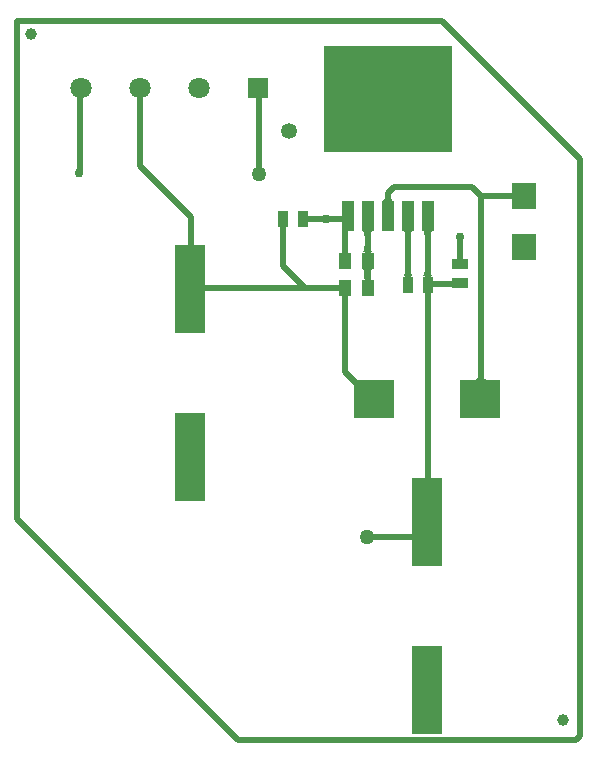
<source format=gbr>
%TF.GenerationSoftware,Altium Limited,Altium Designer,21.1.1 (26)*%
G04 Layer_Physical_Order=1*
G04 Layer_Color=255*
%FSLAX42Y42*%
%MOMM*%
%TF.SameCoordinates,4B38A6DA-841C-4E6F-8FC0-14FCB5F023F9*%
%TF.FilePolarity,Positive*%
%TF.FileFunction,Copper,L1,Top,Signal*%
%TF.Part,Single*%
G01*
G75*
%TA.AperFunction,FiducialPad,Global*%
%ADD10C,1.00*%
%TA.AperFunction,SMDPad,CuDef*%
%ADD11R,2.50X7.50*%
%ADD12R,1.47X0.97*%
%ADD13R,3.50X3.20*%
%ADD14R,1.00X1.40*%
%ADD15R,10.90X9.10*%
%ADD16R,1.05X2.50*%
%ADD17R,2.05X2.25*%
%ADD18R,0.97X1.47*%
%TA.AperFunction,Conductor*%
%ADD19C,0.51*%
%TA.AperFunction,NonConductor*%
%ADD20C,0.51*%
%TA.AperFunction,Conductor*%
%ADD21C,0.25*%
%TA.AperFunction,ComponentPad*%
%ADD22C,1.80*%
%ADD23R,1.80X1.80*%
%ADD24C,1.35*%
%TA.AperFunction,ViaPad*%
%ADD25C,1.27*%
%ADD26C,0.76*%
G36*
X9513Y9404D02*
X9509Y9402D01*
X9505Y9400D01*
X9502Y9396D01*
X9499Y9392D01*
X9497Y9386D01*
X9495Y9380D01*
X9494Y9372D01*
X9493Y9363D01*
X9493Y9360D01*
X9493Y9356D01*
X9494Y9348D01*
X9495Y9340D01*
X9497Y9334D01*
X9499Y9328D01*
X9502Y9323D01*
X9505Y9320D01*
X9509Y9317D01*
X9513Y9316D01*
X9517Y9315D01*
X9418D01*
X9423Y9316D01*
X9427Y9317D01*
X9430Y9320D01*
X9433Y9323D01*
X9436Y9328D01*
X9438Y9334D01*
X9440Y9340D01*
X9441Y9348D01*
X9442Y9356D01*
X9442Y9360D01*
X9442Y9363D01*
X9441Y9372D01*
X9440Y9380D01*
X9438Y9386D01*
X9436Y9392D01*
X9433Y9396D01*
X9430Y9400D01*
X9427Y9402D01*
X9423Y9404D01*
X9418Y9405D01*
X9517D01*
X9513Y9404D01*
D02*
G37*
G36*
X10452Y8516D02*
X10452Y8507D01*
X10453Y8498D01*
X10454Y8490D01*
X10456Y8484D01*
X10458Y8478D01*
X10461Y8474D01*
X10465Y8470D01*
X10468Y8468D01*
X10473Y8466D01*
X10478Y8465D01*
X10376D01*
X10381Y8466D01*
X10385Y8468D01*
X10389Y8470D01*
X10392Y8474D01*
X10395Y8478D01*
X10397Y8484D01*
X10399Y8490D01*
X10400Y8498D01*
X10401Y8507D01*
X10401Y8516D01*
X10452D01*
D02*
G37*
G36*
X10002Y9395D02*
X10002Y9385D01*
X10003Y9377D01*
X10004Y9369D01*
X10005Y9362D01*
X10007Y9357D01*
X10010Y9352D01*
X10013Y9349D01*
X10016Y9346D01*
X10020Y9345D01*
X10024Y9344D01*
X9928D01*
X9932Y9345D01*
X9936Y9346D01*
X9940Y9349D01*
X9943Y9352D01*
X9945Y9357D01*
X9947Y9362D01*
X9949Y9369D01*
X9950Y9377D01*
X9951Y9385D01*
X9951Y9395D01*
X10002D01*
D02*
G37*
G36*
X9836D02*
X9836Y9385D01*
X9837Y9377D01*
X9838Y9369D01*
X9839Y9362D01*
X9841Y9357D01*
X9844Y9352D01*
X9847Y9349D01*
X9850Y9346D01*
X9854Y9345D01*
X9858Y9344D01*
X9762D01*
X9766Y9345D01*
X9770Y9346D01*
X9774Y9349D01*
X9777Y9352D01*
X9779Y9357D01*
X9781Y9362D01*
X9783Y9369D01*
X9784Y9377D01*
X9785Y9385D01*
X9785Y9395D01*
X9836D01*
D02*
G37*
G36*
X9493Y9595D02*
X9493Y9585D01*
X9494Y9576D01*
X9495Y9569D01*
X9497Y9562D01*
X9499Y9557D01*
X9502Y9552D01*
X9505Y9548D01*
X9509Y9546D01*
X9513Y9544D01*
X9517Y9544D01*
X9418D01*
X9423Y9544D01*
X9427Y9546D01*
X9430Y9548D01*
X9433Y9552D01*
X9436Y9557D01*
X9438Y9562D01*
X9440Y9569D01*
X9441Y9576D01*
X9442Y9585D01*
X9442Y9595D01*
X9493D01*
D02*
G37*
G36*
X9442Y9680D02*
X9442Y9690D01*
X9441Y9699D01*
X9440Y9706D01*
X9438Y9713D01*
X9436Y9718D01*
X9433Y9723D01*
X9430Y9727D01*
X9426Y9729D01*
X9422Y9731D01*
X9417Y9731D01*
X9518Y9731D01*
X9514Y9731D01*
X9509Y9729D01*
X9505Y9727D01*
X9502Y9723D01*
X9499Y9719D01*
X9497Y9713D01*
X9495Y9706D01*
X9494Y9699D01*
X9493Y9690D01*
X9493Y9680D01*
X9442D01*
D02*
G37*
G36*
X9665Y10031D02*
X9665Y10022D01*
X9666Y10013D01*
X9667Y10005D01*
X9669Y9999D01*
X9671Y9993D01*
X9674Y9988D01*
X9677Y9985D01*
X9681Y9982D01*
X9685Y9981D01*
X9690Y9980D01*
X9589D01*
X9593Y9981D01*
X9598Y9982D01*
X9601Y9985D01*
X9605Y9988D01*
X9608Y9993D01*
X9610Y9999D01*
X9612Y10005D01*
X9613Y10013D01*
X9614Y10022D01*
X9614Y10031D01*
X9665D01*
D02*
G37*
G36*
X9785Y9680D02*
X9785Y9690D01*
X9784Y9699D01*
X9783Y9706D01*
X9781Y9713D01*
X9779Y9719D01*
X9776Y9723D01*
X9772Y9727D01*
X9769Y9729D01*
X9764Y9731D01*
X9760Y9731D01*
X9861D01*
X9856Y9731D01*
X9852Y9729D01*
X9848Y9727D01*
X9845Y9723D01*
X9842Y9719D01*
X9840Y9713D01*
X9838Y9706D01*
X9837Y9699D01*
X9836Y9690D01*
X9836Y9680D01*
X9785D01*
D02*
G37*
G36*
X9951D02*
X9951Y9690D01*
X9950Y9699D01*
X9949Y9706D01*
X9947Y9713D01*
X9945Y9718D01*
X9942Y9723D01*
X9939Y9727D01*
X9936Y9729D01*
X9932Y9731D01*
X9927Y9731D01*
X10027Y9731D01*
X10022Y9731D01*
X10018Y9729D01*
X10014Y9727D01*
X10011Y9723D01*
X10008Y9719D01*
X10006Y9713D01*
X10004Y9706D01*
X10003Y9699D01*
X10002Y9690D01*
X10002Y9680D01*
X9951D01*
D02*
G37*
D10*
X6617Y11392D02*
D03*
X11125Y5588D02*
D03*
D11*
X9969Y7263D02*
D03*
Y5843D02*
D03*
X7963Y9232D02*
D03*
Y7812D02*
D03*
D12*
X10249Y9283D02*
D03*
Y9449D02*
D03*
D13*
X9519Y8306D02*
D03*
X10419D02*
D03*
D14*
X9278Y9474D02*
D03*
X9468D02*
D03*
Y9246D02*
D03*
X9278D02*
D03*
D15*
X9639Y10846D02*
D03*
D16*
X9979Y9856D02*
D03*
X9809D02*
D03*
X9639D02*
D03*
X9469D02*
D03*
X9299D02*
D03*
D17*
X10795Y10018D02*
D03*
Y9589D02*
D03*
D18*
X8922Y9830D02*
D03*
X8756D02*
D03*
X9810Y9271D02*
D03*
X9976D02*
D03*
D19*
X8539Y10935D02*
X8547Y10927D01*
Y10211D02*
Y10927D01*
X8522Y10919D02*
X8534Y10931D01*
X9492Y8318D02*
X9507D01*
X9278Y8533D02*
X9492Y8318D01*
X9278Y8533D02*
Y9246D01*
X8941D02*
X9278D01*
X10795Y9538D02*
Y9589D01*
Y9538D02*
X10820Y9512D01*
X7963Y7812D02*
Y8103D01*
X7976Y8115D01*
X9969Y5742D02*
Y6160D01*
X9976Y7270D02*
Y9271D01*
X9969Y7263D02*
X9976Y7270D01*
X9945Y7137D02*
X9976Y7168D01*
X9461Y7137D02*
X9945D01*
X9976Y9271D02*
Y9853D01*
X7034Y10948D02*
X7036Y10949D01*
X7029Y10215D02*
X7034Y10220D01*
Y10948D01*
X7976Y9219D02*
X8002Y9246D01*
X7976Y9219D02*
Y9843D01*
X7539Y10279D02*
Y10935D01*
Y10279D02*
X7976Y9843D01*
X8002Y9246D02*
X8941D01*
X8756Y9430D02*
Y9830D01*
Y9430D02*
X8941Y9246D01*
X9278Y9834D02*
Y9837D01*
Y9474D02*
Y9834D01*
X9299Y9856D01*
X9273Y9830D02*
X9278Y9834D01*
X8922Y9830D02*
X9273D01*
X9272Y9843D02*
X9278Y9837D01*
X9982Y9277D02*
X10243D01*
X9976Y9271D02*
X9982Y9277D01*
X10243D02*
X10249Y9283D01*
Y9449D02*
Y9671D01*
X10791Y10020D02*
X10792Y10022D01*
X10427Y10020D02*
X10791D01*
X10792Y10022D02*
X10795Y10018D01*
X9809Y9783D02*
Y9856D01*
X10427Y8313D02*
Y10020D01*
X9639Y9856D02*
Y10046D01*
X9690Y10096D02*
X10350D01*
X9639Y10046D02*
X9690Y10096D01*
X10419Y8306D02*
X10427Y8313D01*
X10350Y10096D02*
X10427Y10020D01*
X10419Y8306D02*
X10422Y8308D01*
X9468Y9246D02*
Y9474D01*
X9809Y9856D02*
X9810Y9855D01*
X9976Y9853D02*
X9979Y9856D01*
X9810Y9271D02*
Y9855D01*
X9468Y9474D02*
Y9854D01*
X9469Y9856D01*
D20*
X11265Y5448D02*
Y10338D01*
X8375Y5417D02*
X11234D01*
X11265Y5448D01*
X10096Y11506D02*
X11265Y10338D01*
X6502Y11506D02*
X10096D01*
X6502Y7290D02*
X8375Y5417D01*
X6502Y7290D02*
Y11506D01*
D21*
X9507Y8318D02*
X9519Y8306D01*
D22*
X7039Y10935D02*
D03*
X7539D02*
D03*
X8039D02*
D03*
D23*
X8539D02*
D03*
D24*
X8799Y10575D02*
D03*
D25*
X8547Y10211D02*
D03*
X9461Y7137D02*
D03*
D26*
X10820Y9512D02*
D03*
X7976Y8115D02*
D03*
X9969Y6160D02*
D03*
X7029Y10215D02*
D03*
X9119Y9830D02*
D03*
X10249Y9671D02*
D03*
%TF.MD5,513ea37fb69b699cb2329ed2a68c1f14*%
M02*

</source>
